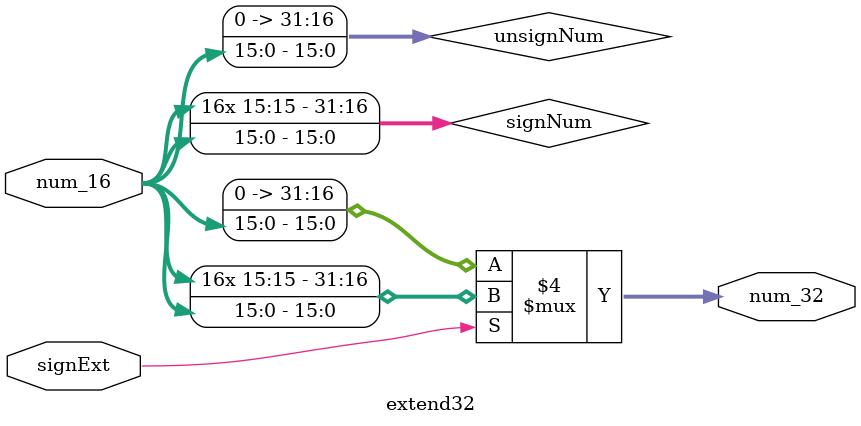
<source format=v>
`timescale 1ns / 1ps


module extend32(
	input wire signExt,
	input wire[15:0] num_16,
	output reg[31:0] num_32
    );
	wire[31:0] signNum;
	wire[31:0] unsignNum;
	assign signNum={{16{num_16[15]}},num_16};
	assign unsignNum={{16{1'b0}},num_16};
	always @(signExt or num_16) begin
		if (signExt==1) begin
			num_32<=signNum;
		end
		else begin
			num_32<=unsignNum;
		end
	end
endmodule

</source>
